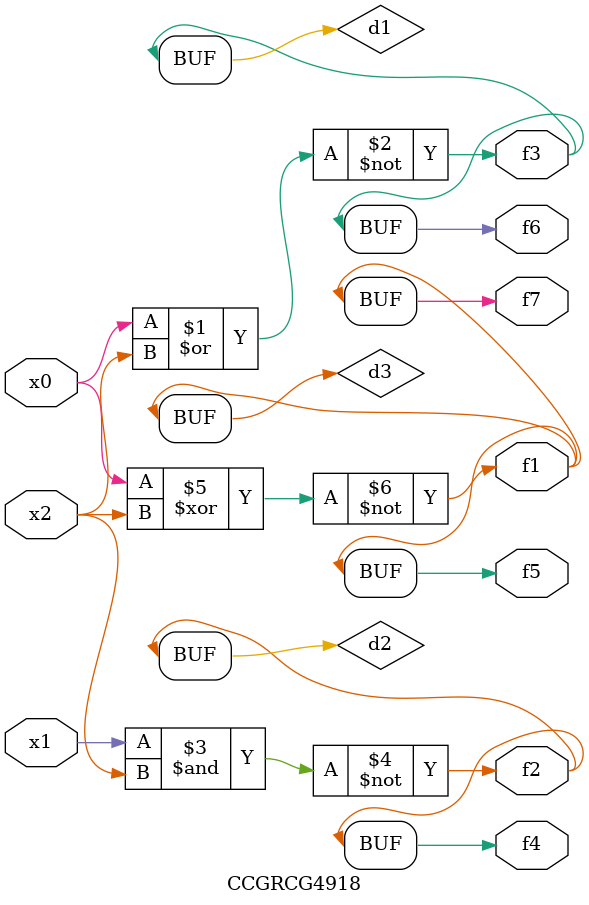
<source format=v>
module CCGRCG4918(
	input x0, x1, x2,
	output f1, f2, f3, f4, f5, f6, f7
);

	wire d1, d2, d3;

	nor (d1, x0, x2);
	nand (d2, x1, x2);
	xnor (d3, x0, x2);
	assign f1 = d3;
	assign f2 = d2;
	assign f3 = d1;
	assign f4 = d2;
	assign f5 = d3;
	assign f6 = d1;
	assign f7 = d3;
endmodule

</source>
